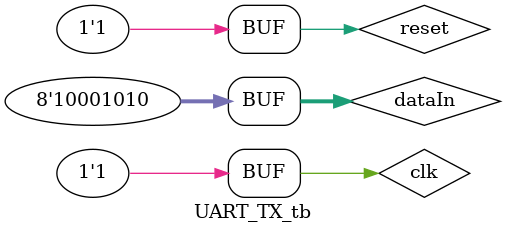
<source format=sv>
/* Authors:		Ammon Dodson & Jake McKenzie
 * Date:		May 25, 2018
 * Title:		UART LABORATORY ASSIGNMENT
 * Description:	In this module we created a shift register which converted
 *				parellel data to serial data. 
 */

module UART_TX #(parameter WIDTH)( // WIDTH is the width of the data word
	input clk, reset, send,
	input[WIDTH-1:0] dataIn,
	output dataOut, ready
);
	// the internal state requires space for a start and stop bit
	localparam MAX_IDX = WIDTH+1;
	localparam CNT_SZ  = $clog2(WIDTH+1);
	
	logic[MAX_IDX:0] register;
	
	logic [CNT_SZ-1:0] count;
	
	
	assign register[MAX_IDX] = 1'b1; // the stop bit
	assign dataOut = register[0];
	
	//assign test = register;
	
	assign ready = reset & (count == 0);
	
	always_ff @(posedge clk) begin
		if(reset) begin
			if(ready & send) begin
				register[0] = 1'b0; // start bit
				count = CNT_SZ'(WIDTH + 1);
			end else if(!ready) begin
				count--;
				register[0] = register[1];
			end
		end else begin
			count = 0;
			register[0] = 1'b1;
		end
	end
	
	
	genvar i;
	generate for(i=0; i<WIDTH; i++) begin: regs
		always_ff @(posedge clk) begin
			if(reset) begin
				if(ready & send) begin
					register[i + 1] = dataIn[i];
				end else if(!ready) begin
					register[i + 1] = register[i+2];
				end
			end else begin
				register[i + 1] = 1'b1;
			end
		end
	end endgenerate
endmodule


module UART_TX_tb;
	localparam WIDTH = 8;
	
	logic clk, reset, send;
	logic[WIDTH-1:0] dataIn;
	logic dataOut, ready;
	
	UART_TX #(WIDTH) DUT(clk, reset, send, dataIn, dataOut, ready);
	
	assign send = ready;
	
	initial begin
		dataIn = 8'h8a;
		reset=0;
		
		clk=0; #10; clk=1; #10;
		reset=1;
		clk=0; #10; clk=1; #10;
		
		for(int i =0; i<20; i++) begin clk=0; #10; clk=1; #10; end
		
	end
	
	
endmodule



</source>
